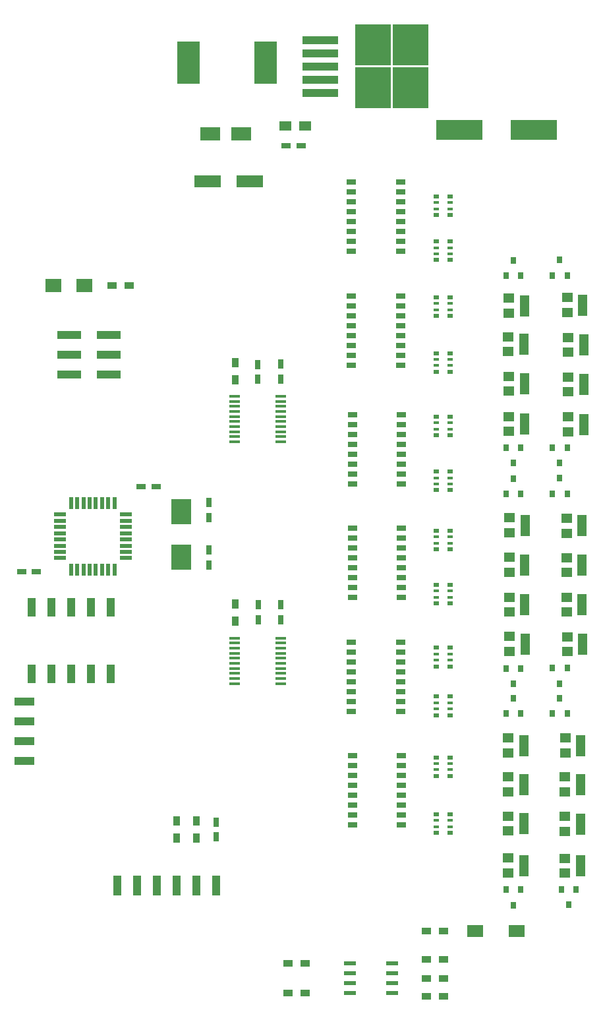
<source format=gbr>
G04 #@! TF.GenerationSoftware,KiCad,Pcbnew,(5.1.8)-1*
G04 #@! TF.CreationDate,2022-01-31T17:06:36-05:00*
G04 #@! TF.ProjectId,ElectromagnetController_V3,456c6563-7472-46f6-9d61-676e6574436f,rev?*
G04 #@! TF.SameCoordinates,Original*
G04 #@! TF.FileFunction,Paste,Top*
G04 #@! TF.FilePolarity,Positive*
%FSLAX46Y46*%
G04 Gerber Fmt 4.6, Leading zero omitted, Abs format (unit mm)*
G04 Created by KiCad (PCBNEW (5.1.8)-1) date 2022-01-31 17:06:36*
%MOMM*%
%LPD*%
G01*
G04 APERTURE LIST*
%ADD10R,2.500000X1.800000*%
%ADD11R,1.400000X1.200000*%
%ADD12R,1.300000X2.800000*%
%ADD13R,6.000000X2.500000*%
%ADD14R,4.600000X1.100000*%
%ADD15R,4.550000X5.250000*%
%ADD16R,2.900000X5.400000*%
%ADD17R,1.200000X0.750000*%
%ADD18R,3.500000X1.600000*%
%ADD19R,0.800000X0.900000*%
%ADD20R,0.800000X0.500000*%
%ADD21R,0.800000X0.400000*%
%ADD22R,1.300000X0.800000*%
%ADD23R,1.000000X2.500000*%
%ADD24R,0.900000X1.200000*%
%ADD25R,2.500000X1.000000*%
%ADD26R,0.750000X1.200000*%
%ADD27R,3.150000X1.000000*%
%ADD28R,1.120000X2.440000*%
%ADD29R,1.200000X0.900000*%
%ADD30R,2.000000X1.700000*%
%ADD31R,1.600000X0.550000*%
%ADD32R,0.550000X1.600000*%
%ADD33R,1.500000X1.250000*%
%ADD34R,1.450000X0.450000*%
%ADD35R,2.000000X1.600000*%
%ADD36R,2.500000X3.325000*%
%ADD37R,1.550000X0.600000*%
G04 APERTURE END LIST*
D10*
G04 #@! TO.C,D2*
X91916000Y-42164000D03*
X87916000Y-42164000D03*
G04 #@! TD*
D11*
G04 #@! TO.C,Q24*
X133493000Y-135237000D03*
X133493000Y-137137000D03*
D12*
X135493000Y-136187000D03*
G04 #@! TD*
D11*
G04 #@! TO.C,Q23*
X126224000Y-135194000D03*
X126224000Y-137094000D03*
D12*
X128224000Y-136144000D03*
G04 #@! TD*
D11*
G04 #@! TO.C,Q22*
X133493000Y-129860000D03*
X133493000Y-131760000D03*
D12*
X135493000Y-130810000D03*
G04 #@! TD*
D11*
G04 #@! TO.C,Q21*
X133493000Y-124780000D03*
X133493000Y-126680000D03*
D12*
X135493000Y-125730000D03*
G04 #@! TD*
D11*
G04 #@! TO.C,Q20*
X126224000Y-124780000D03*
X126224000Y-126680000D03*
D12*
X128224000Y-125730000D03*
G04 #@! TD*
D11*
G04 #@! TO.C,Q19*
X133523000Y-119784000D03*
X133523000Y-121684000D03*
D12*
X135523000Y-120734000D03*
G04 #@! TD*
D11*
G04 #@! TO.C,Q18*
X126224000Y-119784000D03*
X126224000Y-121684000D03*
D12*
X128224000Y-120734000D03*
G04 #@! TD*
D11*
G04 #@! TO.C,Q17*
X126224000Y-129796500D03*
X126224000Y-131696500D03*
D12*
X128224000Y-130746500D03*
G04 #@! TD*
D11*
G04 #@! TO.C,Q16*
X133777000Y-106789000D03*
X133777000Y-108689000D03*
D12*
X135777000Y-107739000D03*
G04 #@! TD*
D11*
G04 #@! TO.C,Q15*
X126351000Y-106746000D03*
X126351000Y-108646000D03*
D12*
X128351000Y-107696000D03*
G04 #@! TD*
D11*
G04 #@! TO.C,Q14*
X133713500Y-101686500D03*
X133713500Y-103586500D03*
D12*
X135713500Y-102636500D03*
G04 #@! TD*
D11*
G04 #@! TO.C,Q13*
X126347500Y-101686500D03*
X126347500Y-103586500D03*
D12*
X128347500Y-102636500D03*
G04 #@! TD*
D11*
G04 #@! TO.C,Q12*
X133713500Y-96606500D03*
X133713500Y-98506500D03*
D12*
X135713500Y-97556500D03*
G04 #@! TD*
D11*
G04 #@! TO.C,Q11*
X126347500Y-96586000D03*
X126347500Y-98486000D03*
D12*
X128347500Y-97536000D03*
G04 #@! TD*
D11*
G04 #@! TO.C,Q10*
X133713500Y-91569500D03*
X133713500Y-93469500D03*
D12*
X135713500Y-92519500D03*
G04 #@! TD*
D11*
G04 #@! TO.C,Q9*
X126351000Y-91506000D03*
X126351000Y-93406000D03*
D12*
X128351000Y-92456000D03*
G04 #@! TD*
D11*
G04 #@! TO.C,Q8*
X133904000Y-78552000D03*
X133904000Y-80452000D03*
D12*
X135904000Y-79502000D03*
G04 #@! TD*
D11*
G04 #@! TO.C,Q7*
X126284000Y-78509000D03*
X126284000Y-80409000D03*
D12*
X128284000Y-79459000D03*
G04 #@! TD*
D11*
G04 #@! TO.C,Q6*
X133904000Y-73429000D03*
X133904000Y-75329000D03*
D12*
X135904000Y-74379000D03*
G04 #@! TD*
D11*
G04 #@! TO.C,Q5*
X126284000Y-73345000D03*
X126284000Y-75245000D03*
D12*
X128284000Y-74295000D03*
G04 #@! TD*
D11*
G04 #@! TO.C,Q4*
X133904000Y-68349000D03*
X133904000Y-70249000D03*
D12*
X135904000Y-69299000D03*
G04 #@! TD*
D11*
G04 #@! TO.C,Q3*
X126224000Y-68265000D03*
X126224000Y-70165000D03*
D12*
X128224000Y-69215000D03*
G04 #@! TD*
D11*
G04 #@! TO.C,Q2*
X133777000Y-63228000D03*
X133777000Y-65128000D03*
D12*
X135777000Y-64178000D03*
G04 #@! TD*
D11*
G04 #@! TO.C,Q1*
X126270000Y-63312000D03*
X126270000Y-65212000D03*
D12*
X128270000Y-64262000D03*
G04 #@! TD*
D13*
G04 #@! TO.C,C6*
X129514000Y-41656000D03*
X119914000Y-41656000D03*
G04 #@! TD*
D14*
G04 #@! TO.C,U8*
X102102000Y-30128000D03*
X102102000Y-31828000D03*
X102102000Y-33528000D03*
X102102000Y-35228000D03*
X102102000Y-36928000D03*
D15*
X113677000Y-36303000D03*
X108827000Y-30753000D03*
X113677000Y-30753000D03*
X108827000Y-36303000D03*
G04 #@! TD*
D16*
G04 #@! TO.C,L1*
X94996000Y-33020000D03*
X85096000Y-33020000D03*
G04 #@! TD*
D17*
G04 #@! TO.C,C8*
X97668000Y-43688000D03*
X99568000Y-43688000D03*
G04 #@! TD*
D18*
G04 #@! TO.C,C7*
X87564000Y-48260000D03*
X92964000Y-48260000D03*
G04 #@! TD*
D19*
G04 #@! TO.C,D14*
X131876800Y-88417400D03*
X133776800Y-88417400D03*
X132826800Y-86417400D03*
G04 #@! TD*
G04 #@! TO.C,D13*
X125897600Y-88442800D03*
X127797600Y-88442800D03*
X126847600Y-86442800D03*
G04 #@! TD*
G04 #@! TO.C,D12*
X125897600Y-116646200D03*
X127797600Y-116646200D03*
X126847600Y-114646200D03*
G04 #@! TD*
G04 #@! TO.C,D11*
X131876800Y-116630200D03*
X133776800Y-116630200D03*
X132826800Y-114630200D03*
G04 #@! TD*
G04 #@! TO.C,D10*
X134945200Y-139192000D03*
X133045200Y-139192000D03*
X133995200Y-141192000D03*
G04 #@! TD*
G04 #@! TO.C,D9*
X127797600Y-139242800D03*
X125897600Y-139242800D03*
X126847600Y-141242800D03*
G04 #@! TD*
G04 #@! TO.C,D8*
X127797600Y-110820200D03*
X125897600Y-110820200D03*
X126847600Y-112820200D03*
G04 #@! TD*
G04 #@! TO.C,D7*
X133776800Y-110794800D03*
X131876800Y-110794800D03*
X132826800Y-112794800D03*
G04 #@! TD*
G04 #@! TO.C,D6*
X127797600Y-82448400D03*
X125897600Y-82448400D03*
X126847600Y-84448400D03*
G04 #@! TD*
G04 #@! TO.C,D5*
X133776800Y-82448400D03*
X131876800Y-82448400D03*
X132826800Y-84448400D03*
G04 #@! TD*
G04 #@! TO.C,D4*
X131876800Y-60350400D03*
X133776800Y-60350400D03*
X132826800Y-58350400D03*
G04 #@! TD*
G04 #@! TO.C,D3*
X125923000Y-60410600D03*
X127823000Y-60410600D03*
X126873000Y-58410600D03*
G04 #@! TD*
D17*
G04 #@! TO.C,C15*
X80949800Y-87452200D03*
X79049800Y-87452200D03*
G04 #@! TD*
G04 #@! TO.C,C14*
X63682800Y-98374200D03*
X65582800Y-98374200D03*
G04 #@! TD*
D20*
G04 #@! TO.C,RN11*
X116967000Y-122244000D03*
D21*
X116967000Y-123844000D03*
X116967000Y-123044000D03*
D20*
X116967000Y-124644000D03*
D21*
X118767000Y-123044000D03*
D20*
X118767000Y-122244000D03*
D21*
X118767000Y-123844000D03*
D20*
X118767000Y-124644000D03*
G04 #@! TD*
G04 #@! TO.C,RN12*
X116967000Y-129540000D03*
D21*
X116967000Y-131140000D03*
X116967000Y-130340000D03*
D20*
X116967000Y-131940000D03*
D21*
X118767000Y-130340000D03*
D20*
X118767000Y-129540000D03*
D21*
X118767000Y-131140000D03*
D20*
X118767000Y-131940000D03*
G04 #@! TD*
D22*
G04 #@! TO.C,U11*
X106197000Y-122042000D03*
X106197000Y-123322000D03*
X106197000Y-124582000D03*
X106197000Y-125852000D03*
X106197000Y-127132000D03*
X106197000Y-128402000D03*
X106197000Y-129662000D03*
X106197000Y-130942000D03*
X112497000Y-130942000D03*
X112497000Y-129662000D03*
X112497000Y-128402000D03*
X112497000Y-127132000D03*
X112497000Y-125852000D03*
X112497000Y-124582000D03*
X112497000Y-123322000D03*
X112497000Y-122042000D03*
G04 #@! TD*
G04 #@! TO.C,U9*
X106070000Y-107437000D03*
X106070000Y-108717000D03*
X106070000Y-109977000D03*
X106070000Y-111247000D03*
X106070000Y-112527000D03*
X106070000Y-113797000D03*
X106070000Y-115057000D03*
X106070000Y-116337000D03*
X112370000Y-116337000D03*
X112370000Y-115057000D03*
X112370000Y-113797000D03*
X112370000Y-112527000D03*
X112370000Y-111247000D03*
X112370000Y-109977000D03*
X112370000Y-108717000D03*
X112370000Y-107437000D03*
G04 #@! TD*
G04 #@! TO.C,U7*
X106070000Y-48382000D03*
X106070000Y-49662000D03*
X106070000Y-50922000D03*
X106070000Y-52192000D03*
X106070000Y-53472000D03*
X106070000Y-54742000D03*
X106070000Y-56002000D03*
X106070000Y-57282000D03*
X112370000Y-57282000D03*
X112370000Y-56002000D03*
X112370000Y-54742000D03*
X112370000Y-53472000D03*
X112370000Y-52192000D03*
X112370000Y-50922000D03*
X112370000Y-49662000D03*
X112370000Y-48382000D03*
G04 #@! TD*
G04 #@! TO.C,U5*
X106197000Y-92832000D03*
X106197000Y-94112000D03*
X106197000Y-95372000D03*
X106197000Y-96642000D03*
X106197000Y-97922000D03*
X106197000Y-99192000D03*
X106197000Y-100452000D03*
X106197000Y-101732000D03*
X112497000Y-101732000D03*
X112497000Y-100452000D03*
X112497000Y-99192000D03*
X112497000Y-97922000D03*
X112497000Y-96642000D03*
X112497000Y-95372000D03*
X112497000Y-94112000D03*
X112497000Y-92832000D03*
G04 #@! TD*
G04 #@! TO.C,U4*
X106197000Y-78227000D03*
X106197000Y-79507000D03*
X106197000Y-80767000D03*
X106197000Y-82037000D03*
X106197000Y-83317000D03*
X106197000Y-84587000D03*
X106197000Y-85847000D03*
X106197000Y-87127000D03*
X112497000Y-87127000D03*
X112497000Y-85847000D03*
X112497000Y-84587000D03*
X112497000Y-83317000D03*
X112497000Y-82037000D03*
X112497000Y-80767000D03*
X112497000Y-79507000D03*
X112497000Y-78227000D03*
G04 #@! TD*
G04 #@! TO.C,U3*
X106070000Y-62987000D03*
X106070000Y-64267000D03*
X106070000Y-65527000D03*
X106070000Y-66797000D03*
X106070000Y-68077000D03*
X106070000Y-69347000D03*
X106070000Y-70607000D03*
X106070000Y-71887000D03*
X112370000Y-71887000D03*
X112370000Y-70607000D03*
X112370000Y-69347000D03*
X112370000Y-68077000D03*
X112370000Y-66797000D03*
X112370000Y-65527000D03*
X112370000Y-64267000D03*
X112370000Y-62987000D03*
G04 #@! TD*
D23*
G04 #@! TO.C,J5*
X75946000Y-138684000D03*
X78486000Y-138684000D03*
X81026000Y-138684000D03*
X83566000Y-138684000D03*
X86106000Y-138684000D03*
X88646000Y-138684000D03*
G04 #@! TD*
D24*
G04 #@! TO.C,R11*
X86106000Y-132588000D03*
X86106000Y-130388000D03*
G04 #@! TD*
G04 #@! TO.C,R10*
X83566000Y-132588000D03*
X83566000Y-130388000D03*
G04 #@! TD*
D25*
G04 #@! TO.C,J7*
X64008000Y-122682000D03*
X64008000Y-120142000D03*
X64008000Y-117602000D03*
X64008000Y-115062000D03*
G04 #@! TD*
D20*
G04 #@! TO.C,RN10*
X116967000Y-114433500D03*
D21*
X116967000Y-116033500D03*
X116967000Y-115233500D03*
D20*
X116967000Y-116833500D03*
D21*
X118767000Y-115233500D03*
D20*
X118767000Y-114433500D03*
D21*
X118767000Y-116033500D03*
D20*
X118767000Y-116833500D03*
G04 #@! TD*
G04 #@! TO.C,RN9*
X116967000Y-108164604D03*
D21*
X116967000Y-109764604D03*
X116967000Y-108964604D03*
D20*
X116967000Y-110564604D03*
D21*
X118767000Y-108964604D03*
D20*
X118767000Y-108164604D03*
D21*
X118767000Y-109764604D03*
D20*
X118767000Y-110564604D03*
G04 #@! TD*
G04 #@! TO.C,RN8*
X116967000Y-100101500D03*
D21*
X116967000Y-101701500D03*
X116967000Y-100901500D03*
D20*
X116967000Y-102501500D03*
D21*
X118767000Y-100901500D03*
D20*
X118767000Y-100101500D03*
D21*
X118767000Y-101701500D03*
D20*
X118767000Y-102501500D03*
G04 #@! TD*
G04 #@! TO.C,RN7*
X116967000Y-93154500D03*
D21*
X116967000Y-94754500D03*
X116967000Y-93954500D03*
D20*
X116967000Y-95554500D03*
D21*
X118767000Y-93954500D03*
D20*
X118767000Y-93154500D03*
D21*
X118767000Y-94754500D03*
D20*
X118767000Y-95554500D03*
G04 #@! TD*
G04 #@! TO.C,RN6*
X116967000Y-85547940D03*
D21*
X116967000Y-87147940D03*
X116967000Y-86347940D03*
D20*
X116967000Y-87947940D03*
D21*
X118767000Y-86347940D03*
D20*
X118767000Y-85547940D03*
D21*
X118767000Y-87147940D03*
D20*
X118767000Y-87947940D03*
G04 #@! TD*
G04 #@! TO.C,RN5*
X116967000Y-78511500D03*
D21*
X116967000Y-80111500D03*
X116967000Y-79311500D03*
D20*
X116967000Y-80911500D03*
D21*
X118767000Y-79311500D03*
D20*
X118767000Y-78511500D03*
D21*
X118767000Y-80111500D03*
D20*
X118767000Y-80911500D03*
G04 #@! TD*
G04 #@! TO.C,RN4*
X116967000Y-70345500D03*
D21*
X116967000Y-71945500D03*
X116967000Y-71145500D03*
D20*
X116967000Y-72745500D03*
D21*
X118767000Y-71145500D03*
D20*
X118767000Y-70345500D03*
D21*
X118767000Y-71945500D03*
D20*
X118767000Y-72745500D03*
G04 #@! TD*
G04 #@! TO.C,RN3*
X116967000Y-63182500D03*
D21*
X116967000Y-64782500D03*
X116967000Y-63982500D03*
D20*
X116967000Y-65582500D03*
D21*
X118767000Y-63982500D03*
D20*
X118767000Y-63182500D03*
D21*
X118767000Y-64782500D03*
D20*
X118767000Y-65582500D03*
G04 #@! TD*
G04 #@! TO.C,RN2*
X116967000Y-55994500D03*
D21*
X116967000Y-57594500D03*
X116967000Y-56794500D03*
D20*
X116967000Y-58394500D03*
D21*
X118767000Y-56794500D03*
D20*
X118767000Y-55994500D03*
D21*
X118767000Y-57594500D03*
D20*
X118767000Y-58394500D03*
G04 #@! TD*
G04 #@! TO.C,RN1*
X116967000Y-50228500D03*
D21*
X116967000Y-51828500D03*
X116967000Y-51028500D03*
D20*
X116967000Y-52628500D03*
D21*
X118767000Y-51028500D03*
D20*
X118767000Y-50228500D03*
D21*
X118767000Y-51828500D03*
D20*
X118767000Y-52628500D03*
G04 #@! TD*
D26*
G04 #@! TO.C,C13*
X93980000Y-71823500D03*
X93980000Y-73723500D03*
G04 #@! TD*
G04 #@! TO.C,C9*
X94107000Y-102679500D03*
X94107000Y-104579500D03*
G04 #@! TD*
D27*
G04 #@! TO.C,J4*
X69801500Y-68008500D03*
X74851500Y-68008500D03*
X69801500Y-70548500D03*
X74851500Y-70548500D03*
X69801500Y-73088500D03*
X74851500Y-73088500D03*
G04 #@! TD*
D28*
G04 #@! TO.C,SW2*
X75120500Y-102946500D03*
X64960500Y-111556500D03*
X72580500Y-102946500D03*
X67500500Y-111556500D03*
X70040500Y-102946500D03*
X70040500Y-111556500D03*
X67500500Y-102946500D03*
X72580500Y-111556500D03*
X64960500Y-102946500D03*
X75120500Y-111556500D03*
G04 #@! TD*
D29*
G04 #@! TO.C,R9*
X75270000Y-61658500D03*
X77470000Y-61658500D03*
G04 #@! TD*
D30*
G04 #@! TO.C,D1*
X71786500Y-61658500D03*
X67786500Y-61658500D03*
G04 #@! TD*
D31*
G04 #@! TO.C,U1*
X77080000Y-96672000D03*
X77080000Y-95872000D03*
X77080000Y-95072000D03*
X77080000Y-94272000D03*
X77080000Y-93472000D03*
X77080000Y-92672000D03*
X77080000Y-91872000D03*
X77080000Y-91072000D03*
D32*
X75630000Y-89622000D03*
X74830000Y-89622000D03*
X74030000Y-89622000D03*
X73230000Y-89622000D03*
X72430000Y-89622000D03*
X71630000Y-89622000D03*
X70830000Y-89622000D03*
X70030000Y-89622000D03*
D31*
X68580000Y-91072000D03*
X68580000Y-91872000D03*
X68580000Y-92672000D03*
X68580000Y-93472000D03*
X68580000Y-94272000D03*
X68580000Y-95072000D03*
X68580000Y-95872000D03*
X68580000Y-96672000D03*
D32*
X70030000Y-98122000D03*
X70830000Y-98122000D03*
X71630000Y-98122000D03*
X72430000Y-98122000D03*
X73230000Y-98122000D03*
X74030000Y-98122000D03*
X74830000Y-98122000D03*
X75630000Y-98122000D03*
G04 #@! TD*
D33*
G04 #@! TO.C,C12*
X100076000Y-41148000D03*
X97576000Y-41148000D03*
G04 #@! TD*
D34*
G04 #@! TO.C,U6*
X91060000Y-106935000D03*
X91060000Y-107585000D03*
X91060000Y-108235000D03*
X91060000Y-108885000D03*
X91060000Y-109525000D03*
X91060000Y-110185000D03*
X91060000Y-110825000D03*
X91060000Y-111475000D03*
X91060000Y-112125000D03*
X91060000Y-112775000D03*
X96960000Y-112775000D03*
X96960000Y-112125000D03*
X96960000Y-111475000D03*
X96960000Y-110825000D03*
X96960000Y-110185000D03*
X96960000Y-109525000D03*
X96960000Y-108885000D03*
X96960000Y-108235000D03*
X96960000Y-107585000D03*
X96960000Y-106935000D03*
G04 #@! TD*
G04 #@! TO.C,U2*
X91060000Y-75880000D03*
X91060000Y-76530000D03*
X91060000Y-77180000D03*
X91060000Y-77830000D03*
X91060000Y-78470000D03*
X91060000Y-79130000D03*
X91060000Y-79770000D03*
X91060000Y-80420000D03*
X91060000Y-81070000D03*
X91060000Y-81720000D03*
X96960000Y-81720000D03*
X96960000Y-81070000D03*
X96960000Y-80420000D03*
X96960000Y-79770000D03*
X96960000Y-79130000D03*
X96960000Y-78470000D03*
X96960000Y-77830000D03*
X96960000Y-77180000D03*
X96960000Y-76530000D03*
X96960000Y-75880000D03*
G04 #@! TD*
D35*
G04 #@! TO.C,SW1*
X127320000Y-144526000D03*
X121920000Y-144526000D03*
G04 #@! TD*
D24*
G04 #@! TO.C,R8*
X91122500Y-102595500D03*
X91122500Y-104795500D03*
G04 #@! TD*
G04 #@! TO.C,R7*
X91122500Y-71564500D03*
X91122500Y-73764500D03*
G04 #@! TD*
D29*
G04 #@! TO.C,R6*
X115656000Y-148209000D03*
X117856000Y-148209000D03*
G04 #@! TD*
G04 #@! TO.C,R5*
X115697000Y-150622000D03*
X117897000Y-150622000D03*
G04 #@! TD*
G04 #@! TO.C,R4*
X117897000Y-152908000D03*
X115697000Y-152908000D03*
G04 #@! TD*
G04 #@! TO.C,R3*
X97876000Y-152527000D03*
X100076000Y-152527000D03*
G04 #@! TD*
G04 #@! TO.C,R2*
X97876000Y-148717000D03*
X100076000Y-148717000D03*
G04 #@! TD*
G04 #@! TO.C,R1*
X115656000Y-144526000D03*
X117856000Y-144526000D03*
G04 #@! TD*
D26*
G04 #@! TO.C,C5*
X96964500Y-102679500D03*
X96964500Y-104579500D03*
G04 #@! TD*
G04 #@! TO.C,C4*
X96964500Y-71760000D03*
X96964500Y-73660000D03*
G04 #@! TD*
G04 #@! TO.C,C3*
X88646000Y-132456000D03*
X88646000Y-130556000D03*
G04 #@! TD*
D36*
G04 #@! TO.C,Y1*
X84201000Y-96511500D03*
X84201000Y-90686500D03*
G04 #@! TD*
D37*
G04 #@! TO.C,U10*
X105852000Y-148717000D03*
X105852000Y-149987000D03*
X105852000Y-151257000D03*
X105852000Y-152527000D03*
X111252000Y-152527000D03*
X111252000Y-151257000D03*
X111252000Y-149987000D03*
X111252000Y-148717000D03*
G04 #@! TD*
D26*
G04 #@! TO.C,C2*
X87757000Y-91435000D03*
X87757000Y-89535000D03*
G04 #@! TD*
G04 #@! TO.C,C1*
X87757000Y-95631000D03*
X87757000Y-97531000D03*
G04 #@! TD*
M02*

</source>
